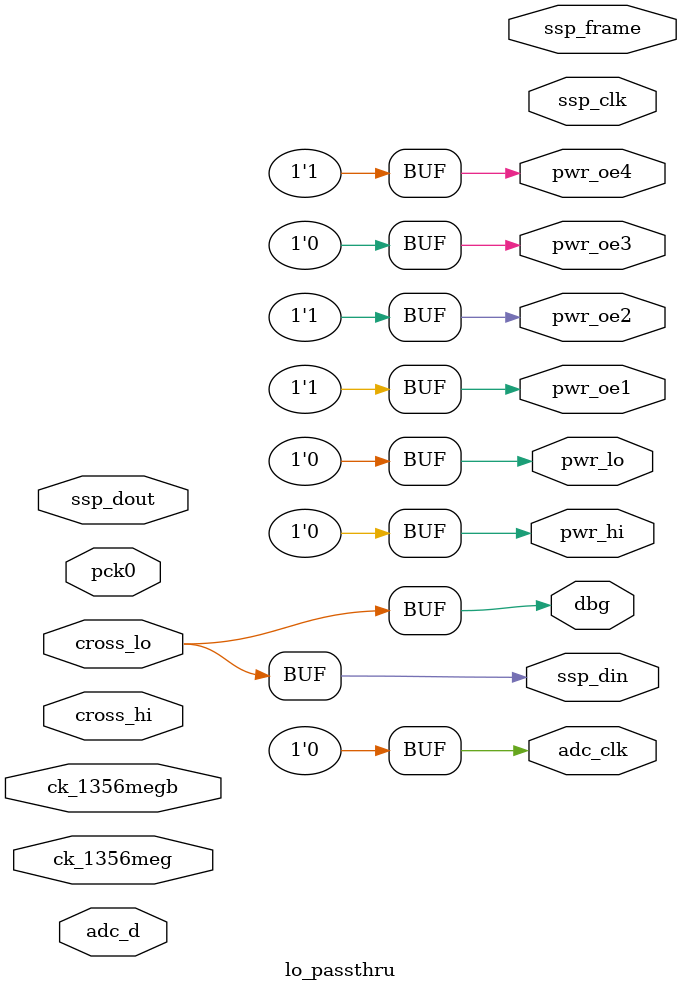
<source format=v>

module lo_passthru(
    pck0, ck_1356meg, ck_1356megb,
    pwr_lo, pwr_hi, pwr_oe1, pwr_oe2, pwr_oe3, pwr_oe4,
    adc_d, adc_clk,
    ssp_frame, ssp_din, ssp_dout, ssp_clk,
    cross_hi, cross_lo,
    dbg
);
    input pck0, ck_1356meg, ck_1356megb;
    output pwr_lo, pwr_hi, pwr_oe1, pwr_oe2, pwr_oe3, pwr_oe4;
    input [7:0] adc_d;
    output adc_clk;
    input ssp_dout;
    output ssp_frame, ssp_din, ssp_clk;
    input cross_hi, cross_lo;
    output dbg;

// No logic, straight through.

assign pwr_oe3 = 1'b0;
assign pwr_oe1 = 1'b1;
assign pwr_oe2 = 1'b1;
assign pwr_oe4 = 1'b1;
assign pwr_lo = 1'b0;
assign pwr_hi = 1'b0;
assign adc_clk = 1'b0;
assign ssp_din = cross_lo;
assign dbg = cross_lo;

endmodule

</source>
